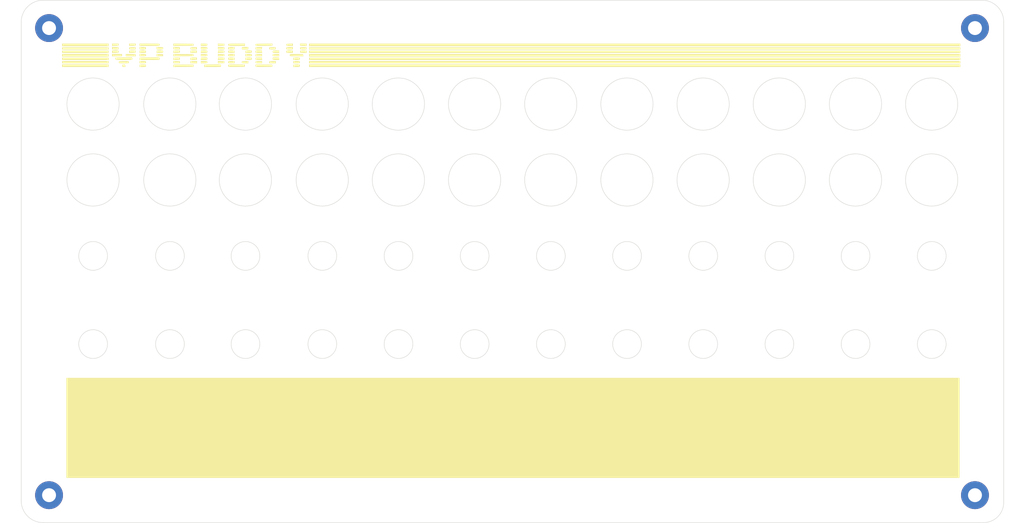
<source format=kicad_pcb>
(kicad_pcb (version 20221018) (generator pcbnew)
  (layers (0 "F.Cu" signal) (31 "B.Cu" signal) (34 "B.Paste" user) (35 "F.Paste" user) (36 "B.SilkS" user "B.Silkscreen") (37 "F.SilkS" user "F.Silkscreen") (38 "B.Mask" user) (39 "F.Mask" user) (44 "Edge.Cuts" user))
  (net 0 "")
  (footprint "MountingHole:MountingHole_3.2mm_M3_Pad" (layer "F.Cu") (at 250.1 126.7)
    (fp_text reference "REF**" hide)
    (fp_text value "MountingHole_3.2mm_M3_Pad")
    (pad "1" thru_hole circle (at 0 0) (size 6.4 6.4) (drill 3.2) (layers "*.Cu" "*.Mask"))
  )
  (footprint "MountingHole:MountingHole_3.2mm_M3_Pad" (layer "F.Cu") (at 250.1 19.4)
    (fp_text reference "REF**" hide)
    (fp_text value "MountingHole_3.2mm_M3_Pad")
    (pad "1" thru_hole circle (at 0 0) (size 6.4 6.4) (drill 3.2) (layers "*.Cu" "*.Mask"))
  )
  (footprint "LOGO" (layer "F.Cu") (at 143.764 25.654)
    (fp_text reference "G***" hide)
    (fp_text value "LOGO" hide)
    (fp_poly (pts (xy -92.671515 -2.386061) (xy -92.671515 -2.078182) (xy -98.020909 -2.078182) (xy -103.370303 -2.078182) (xy -103.370303 -2.386061) (xy -103.370303 -2.693939) (xy -98.020909 -2.693939) (xy -92.671515 -2.693939)) (fill solid) (layer "F.SilkS"))
    (fp_poly (pts (xy -92.671515 -1.577879) (xy -92.671515 -1.308485) (xy -98.020909 -1.308485) (xy -103.370303 -1.308485) (xy -103.370303 -1.577879) (xy -103.370303 -1.847273) (xy -98.020909 -1.847273) (xy -92.671515 -1.847273)) (fill solid) (layer "F.SilkS"))
    (fp_poly (pts (xy -92.671515 -0.808182) (xy -92.671515 -0.538788) (xy -98.020909 -0.538788) (xy -103.370303 -0.538788) (xy -103.370303 -0.808182) (xy -103.370303 -1.077576) (xy -98.020909 -1.077576) (xy -92.671515 -1.077576)) (fill solid) (layer "F.SilkS"))
    (fp_poly (pts (xy -92.671515 0) (xy -92.671515 0.307879) (xy -98.020909 0.307879) (xy -103.370303 0.307879) (xy -103.370303 0) (xy -103.370303 -0.307879) (xy -98.020909 -0.307879) (xy -92.671515 -0.307879)) (fill solid) (layer "F.SilkS"))
    (fp_poly (pts (xy -92.671515 0.808182) (xy -92.671515 1.077576) (xy -98.020909 1.077576) (xy -103.370303 1.077576) (xy -103.370303 0.808182) (xy -103.370303 0.538788) (xy -98.020909 0.538788) (xy -92.671515 0.538788)) (fill solid) (layer "F.SilkS"))
    (fp_poly (pts (xy -92.671515 1.577879) (xy -92.671515 1.847273) (xy -98.020909 1.847273) (xy -103.370303 1.847273) (xy -103.370303 1.577879) (xy -103.370303 1.308485) (xy -98.020909 1.308485) (xy -92.671515 1.308485)) (fill solid) (layer "F.SilkS"))
    (fp_poly (pts (xy -92.671515 2.386061) (xy -92.671515 2.693939) (xy -98.020909 2.693939) (xy -103.370303 2.693939) (xy -103.370303 2.386061) (xy -103.370303 2.078182) (xy -98.020909 2.078182) (xy -92.671515 2.078182)) (fill solid) (layer "F.SilkS"))
    (fp_poly (pts (xy -90.37679 -2.443788) (xy -90.400909 -2.193636) (xy -91.151363 -2.171607) (xy -91.901818 -2.149577) (xy -91.901818 -2.421758) (xy -91.901818 -2.693939) (xy -91.127244 -2.693939) (xy -90.352671 -2.693939)) (fill solid) (layer "F.SilkS"))
    (fp_poly (pts (xy -89.592727 -0.038485) (xy -89.592727 0.230909) (xy -90.747272 0.230909) (xy -91.901818 0.230909) (xy -91.901818 -0.038485) (xy -91.901818 -0.307879) (xy -90.747272 -0.307879) (xy -89.592727 -0.307879)) (fill solid) (layer "F.SilkS"))
    (fp_poly (pts (xy -87.610757 -0.290694) (xy -86.475454 -0.269394) (xy -86.451335 -0.019242) (xy -86.427216 0.230909) (xy -87.586638 0.230909) (xy -88.74606 0.230909) (xy -88.74606 -0.040542) (xy -88.74606 -0.311994)) (fill solid) (layer "F.SilkS"))
    (fp_poly (pts (xy -86.475454 -0.846667) (xy -86.475454 -0.577273) (xy -87.230725 -0.555185) (xy -87.985995 -0.533097) (xy -87.961937 -0.824579) (xy -87.937879 -1.116061) (xy -87.206666 -1.116061) (xy -86.475454 -1.116061)) (fill solid) (layer "F.SilkS"))
    (fp_poly (pts (xy -86.451335 -2.443788) (xy -86.475454 -2.193636) (xy -87.225909 -2.171607) (xy -87.976363 -2.149577) (xy -87.976363 -2.421758) (xy -87.976363 -2.693939) (xy -87.20179 -2.693939) (xy -86.427216 -2.693939)) (fill solid) (layer "F.SilkS"))
    (fp_poly (pts (xy -80.914394 -0.291424) (xy -80.163939 -0.269394) (xy -80.163939 -0.038485) (xy -80.163939 0.192424) (xy -80.914394 0.214454) (xy -81.664848 0.236484) (xy -81.664848 -0.038485) (xy -81.664848 -0.313453)) (fill solid) (layer "F.SilkS"))
    (fp_poly (pts (xy -77.065909 1.32494) (xy -76.315454 1.34697) (xy -76.291335 1.597121) (xy -76.267216 1.847273) (xy -77.04179 1.847273) (xy -77.816363 1.847273) (xy -77.816363 1.575092) (xy -77.816363 1.30291)) (fill solid) (layer "F.SilkS"))
    (fp_poly (pts (xy -76.315454 -0.846667) (xy -76.315454 -0.577273) (xy -77.070725 -0.555185) (xy -77.825995 -0.533097) (xy -77.801937 -0.824579) (xy -77.777879 -1.116061) (xy -77.046666 -1.116061) (xy -76.315454 -1.116061)) (fill solid) (layer "F.SilkS"))
    (fp_poly (pts (xy -76.315454 0.769697) (xy -76.315454 1.039091) (xy -77.070725 1.061179) (xy -77.825995 1.083266) (xy -77.801937 0.791785) (xy -77.777879 0.500303) (xy -77.046666 0.500303) (xy -76.315454 0.500303)) (fill solid) (layer "F.SilkS"))
    (fp_poly (pts (xy -75.48803 -2.675826) (xy -73.159697 -2.655454) (xy -73.159697 -2.424545) (xy -73.159697 -2.193636) (xy -75.48803 -2.173265) (xy -77.816363 -2.152894) (xy -77.816363 -2.424545) (xy -77.816363 -2.696197)) (fill solid) (layer "F.SilkS"))
    (fp_poly (pts (xy -75.48803 -0.289765) (xy -73.159697 -0.269394) (xy -73.159697 -0.038485) (xy -73.159697 0.192424) (xy -75.48803 0.212795) (xy -77.816363 0.233166) (xy -77.816363 -0.038485) (xy -77.816363 -0.310136)) (fill solid) (layer "F.SilkS"))
    (fp_poly (pts (xy -73.159697 2.386061) (xy -73.159697 2.655455) (xy -75.492744 2.675833) (xy -77.825791 2.696211) (xy -77.801835 2.406439) (xy -77.777879 2.116667) (xy -75.468788 2.116667) (xy -73.159697 2.116667)) (fill solid) (layer "F.SilkS"))
    (fp_poly (pts (xy -72.39 -0.846667) (xy -72.39 -0.577273) (xy -73.14527 -0.555185) (xy -73.900541 -0.533097) (xy -73.876482 -0.824579) (xy -73.852424 -1.116061) (xy -73.121212 -1.116061) (xy -72.39 -1.116061)) (fill solid) (layer "F.SilkS"))
    (fp_poly (pts (xy -72.39 0.769697) (xy -72.39 1.039091) (xy -73.14527 1.061179) (xy -73.900541 1.083266) (xy -73.876482 0.791785) (xy -73.852424 0.500303) (xy -73.121212 0.500303) (xy -72.39 0.500303)) (fill solid) (layer "F.SilkS"))
    (fp_poly (pts (xy -72.351515 1.577879) (xy -72.351515 1.847273) (xy -73.121212 1.847273) (xy -73.890909 1.847273) (xy -73.890909 1.577879) (xy -73.890909 1.308485) (xy -73.121212 1.308485) (xy -72.351515 1.308485)) (fill solid) (layer "F.SilkS"))
    (fp_poly (pts (xy -66.828939 -2.677484) (xy -66.078485 -2.655454) (xy -66.078485 -2.424545) (xy -66.078485 -2.193636) (xy -66.828939 -2.171607) (xy -67.579394 -2.149577) (xy -67.579394 -2.424545) (xy -67.579394 -2.699514)) (fill solid) (layer "F.SilkS"))
    (fp_poly (pts (xy -66.828939 -0.291424) (xy -66.078485 -0.269394) (xy -66.078485 -0.038485) (xy -66.078485 0.192424) (xy -66.828939 0.214454) (xy -67.579394 0.236484) (xy -67.579394 -0.038485) (xy -67.579394 -0.313453)) (fill solid) (layer "F.SilkS"))
    (fp_poly (pts (xy -66.828939 1.32494) (xy -66.078485 1.34697) (xy -66.078485 1.577879) (xy -66.078485 1.808788) (xy -66.828939 1.830818) (xy -67.579394 1.852847) (xy -67.579394 1.577879) (xy -67.579394 1.30291)) (fill solid) (layer "F.SilkS"))
    (fp_poly (pts (xy -66.078485 0.769697) (xy -66.078485 1.039091) (xy -66.833755 1.061179) (xy -67.589026 1.083266) (xy -67.564967 0.791785) (xy -67.540909 0.500303) (xy -66.809697 0.500303) (xy -66.078485 0.500303)) (fill solid) (layer "F.SilkS"))
    (fp_poly (pts (xy -57.419394 -0.041272) (xy -57.419394 0.230909) (xy -58.193967 0.230909) (xy -58.968541 0.230909) (xy -58.944422 -0.019242) (xy -58.920303 -0.269394) (xy -58.169848 -0.291424) (xy -57.419394 -0.313453)) (fill solid) (layer "F.SilkS"))
    (fp_poly (pts (xy -54.263636 1.575092) (xy -54.263636 1.847273) (xy -55.03821 1.847273) (xy -55.812783 1.847273) (xy -55.788664 1.597121) (xy -55.764545 1.34697) (xy -55.014091 1.32494) (xy -54.263636 1.30291)) (fill solid) (layer "F.SilkS"))
    (fp_poly (pts (xy 102.985455 -2.386061) (xy 102.985455 -2.078182) (xy 28.170909 -2.078182) (xy -46.643636 -2.078182) (xy -46.643636 -2.386061) (xy -46.643636 -2.693939) (xy 28.170909 -2.693939) (xy 102.985455 -2.693939)) (fill solid) (layer "F.SilkS"))
    (fp_poly (pts (xy 102.985455 -1.577879) (xy 102.985455 -1.308485) (xy 28.170909 -1.308485) (xy -46.643636 -1.308485) (xy -46.643636 -1.577879) (xy -46.643636 -1.847273) (xy 28.170909 -1.847273) (xy 102.985455 -1.847273)) (fill solid) (layer "F.SilkS"))
    (fp_poly (pts (xy 102.985455 -0.808182) (xy 102.985455 -0.538788) (xy 28.170909 -0.538788) (xy -46.643636 -0.538788) (xy -46.643636 -0.808182) (xy -46.643636 -1.077576) (xy 28.170909 -1.077576) (xy 102.985455 -1.077576)) (fill solid) (layer "F.SilkS"))
    (fp_poly (pts (xy 102.985455 0) (xy 102.985455 0.307879) (xy 28.170909 0.307879) (xy -46.643636 0.307879) (xy -46.643636 0) (xy -46.643636 -0.307879) (xy 28.170909 -0.307879) (xy 102.985455 -0.307879)) (fill solid) (layer "F.SilkS"))
    (fp_poly (pts (xy 102.985455 0.808182) (xy 102.985455 1.077576) (xy 28.170909 1.077576) (xy -46.643636 1.077576) (xy -46.643636 0.808182) (xy -46.643636 0.538788) (xy 28.170909 0.538788) (xy 102.985455 0.538788)) (fill solid) (layer "F.SilkS"))
    (fp_poly (pts (xy 102.985455 1.577879) (xy 102.985455 1.847273) (xy 28.170909 1.847273) (xy -46.643636 1.847273) (xy -46.643636 1.577879) (xy -46.643636 1.308485) (xy 28.170909 1.308485) (xy 102.985455 1.308485)) (fill solid) (layer "F.SilkS"))
    (fp_poly (pts (xy 102.985455 2.386061) (xy 102.985455 2.693939) (xy 28.170909 2.693939) (xy -46.643636 2.693939) (xy -46.643636 2.386061) (xy -46.643636 2.078182) (xy 28.170909 2.078182) (xy 102.985455 2.078182)) (fill solid) (layer "F.SilkS"))
    (fp_poly (pts (xy -90.623533 -1.133648) (xy -90.463928 -1.086898) (xy -90.388385 -1.000186) (xy -90.373893 -0.865564) (xy -90.376987 -0.824783) (xy -90.400909 -0.577273) (xy -91.156179 -0.555185) (xy -91.91145 -0.533097) (xy -91.887391 -0.824579) (xy -91.863333 -1.116061) (xy -91.286967 -1.139045) (xy -90.890209 -1.148381)) (fill solid) (layer "F.SilkS"))
    (fp_poly (pts (xy -47.182424 -2.424545) (xy -47.182424 -2.155151) (xy -47.900808 -2.155151) (xy -48.219437 -2.160326) (xy -48.477472 -2.174205) (xy -48.637902 -2.19432) (xy -48.670505 -2.206465) (xy -48.708104 -2.314122) (xy -48.721818 -2.475859) (xy -48.721818 -2.693939) (xy -47.952121 -2.693939) (xy -47.182424 -2.693939)) (fill solid) (layer "F.SilkS"))
    (fp_poly (pts (xy -91.151363 -1.907787) (xy -90.400909 -1.885757) (xy -90.400909 -1.616364) (xy -90.400909 -1.34697) (xy -91.097367 -1.325044) (xy -91.411206 -1.320952) (xy -91.664591 -1.328467) (xy -91.819702 -1.345973) (xy -91.847822 -1.357115) (xy -91.884754 -1.464628) (xy -91.9017 -1.653208) (xy -91.901818 -1.670464) (xy -91.901818 -1.929817)) (fill solid) (layer "F.SilkS"))
    (fp_poly (pts (xy -77.065909 -1.907787) (xy -76.315454 -1.885757) (xy -76.315454 -1.616364) (xy -76.315454 -1.34697) (xy -77.011913 -1.325044) (xy -77.325752 -1.320952) (xy -77.579136 -1.328467) (xy -77.734247 -1.345973) (xy -77.762367 -1.357115) (xy -77.799299 -1.464628) (xy -77.816246 -1.653208) (xy -77.816363 -1.670464) (xy -77.816363 -1.929817)) (fill solid) (layer "F.SilkS"))
    (fp_poly (pts (xy -66.828939 -1.907787) (xy -66.078485 -1.885757) (xy -66.078485 -1.616364) (xy -66.078485 -1.34697) (xy -66.774943 -1.325044) (xy -67.088782 -1.320952) (xy -67.342167 -1.328467) (xy -67.497278 -1.345973) (xy -67.525397 -1.357115) (xy -67.562329 -1.464628) (xy -67.579276 -1.653208) (xy -67.579394 -1.670464) (xy -67.579394 -1.929817)) (fill solid) (layer "F.SilkS"))
    (fp_poly (pts (xy -89.195538 2.092286) (xy -89.178908 2.093474) (xy -88.976796 2.117444) (xy -88.881395 2.178418) (xy -88.845595 2.319442) (xy -88.837626 2.405303) (xy -88.813737 2.693939) (xy -89.159104 2.693939) (xy -89.387768 2.678988) (xy -89.501579 2.62524) (xy -89.532329 2.559243) (xy -89.541501 2.3737) (xy -89.528245 2.247413) (xy -89.488492 2.135226) (xy -89.393165 2.09038)) (fill solid) (layer "F.SilkS"))
    (fp_poly (pts (xy -84.521078 -0.304572) (xy -84.301591 -0.290923) (xy -84.175662 -0.261338) (xy -84.113138 -0.210224) (xy -84.092835 -0.164783) (xy -84.058644 0.004364) (xy -84.096507 0.118263) (xy -84.226471 0.187155) (xy -84.468582 0.221283) (xy -84.842887 0.230889) (xy -84.867326 0.230909) (xy -85.590303 0.230909) (xy -85.590303 -0.038485) (xy -85.590303 -0.307879) (xy -84.864277 -0.307879)) (fill solid) (layer "F.SilkS"))
    (fp_poly (pts (xy -84.521078 1.311792) (xy -84.301591 1.325441) (xy -84.175662 1.355026) (xy -84.113138 1.406139) (xy -84.092835 1.451581) (xy -84.058644 1.620728) (xy -84.096507 1.734626) (xy -84.226471 1.803519) (xy -84.468582 1.837647) (xy -84.842887 1.847252) (xy -84.867326 1.847273) (xy -85.590303 1.847273) (xy -85.590303 1.577879) (xy -85.590303 1.308485) (xy -84.864277 1.308485)) (fill solid) (layer "F.SilkS"))
    (fp_poly (pts (xy -80.340235 -1.106116) (xy -80.194386 -1.028186) (xy -80.138391 -0.897308) (xy -80.140805 -0.776285) (xy -80.156821 -0.68512) (xy -80.198774 -0.62617) (xy -80.2959 -0.591129) (xy -80.477433 -0.571696) (xy -80.772608 -0.559565) (xy -80.91921 -0.555185) (xy -81.67448 -0.533097) (xy -81.650422 -0.824579) (xy -81.626363 -1.116061) (xy -80.983904 -1.138536) (xy -80.59654 -1.139949)) (fill solid) (layer "F.SilkS"))
    (fp_poly (pts (xy -70.159426 -1.10228) (xy -70.018638 -1.020658) (xy -69.974829 -0.884395) (xy -69.996811 -0.732212) (xy -70.025633 -0.642694) (xy -70.078088 -0.586186) (xy -70.184893 -0.555098) (xy -70.376765 -0.541842) (xy -70.684422 -0.53883) (xy -70.779749 -0.538788) (xy -71.514141 -0.538788) (xy -71.490252 -0.827424) (xy -71.466363 -1.116061) (xy -70.804648 -1.138128) (xy -70.41537 -1.138392)) (fill solid) (layer "F.SilkS"))
    (fp_poly (pts (xy -66.25478 -1.106116) (xy -66.108931 -1.028186) (xy -66.052937 -0.897308) (xy -66.055351 -0.776285) (xy -66.071366 -0.68512) (xy -66.11332 -0.62617) (xy -66.210446 -0.591129) (xy -66.391979 -0.571696) (xy -66.687153 -0.559565) (xy -66.833755 -0.555185) (xy -67.589026 -0.533097) (xy -67.564967 -0.824579) (xy -67.540909 -1.116061) (xy -66.898449 -1.138536) (xy -66.511085 -1.139949)) (fill solid) (layer "F.SilkS"))
    (fp_poly (pts (xy -63.730909 -0.038485) (xy -63.730909 0.230909) (xy -64.453886 0.230909) (xy -64.816916 0.224917) (xy -65.050151 0.2047) (xy -65.177354 0.166903) (xy -65.218319 0.122878) (xy -65.234049 -0.037492) (xy -65.217576 -0.146515) (xy -65.18625 -0.222071) (xy -65.119862 -0.269524) (xy -64.987809 -0.295333) (xy -64.759489 -0.305958) (xy -64.453144 -0.307879) (xy -63.730909 -0.307879)) (fill solid) (layer "F.SilkS"))
    (fp_poly (pts (xy -63.730909 1.577879) (xy -63.730909 1.847273) (xy -64.453886 1.847273) (xy -64.816916 1.84128) (xy -65.050151 1.821064) (xy -65.177354 1.783266) (xy -65.218319 1.739242) (xy -65.234049 1.578871) (xy -65.217576 1.469848) (xy -65.18625 1.394292) (xy -65.119862 1.34684) (xy -64.987809 1.321031) (xy -64.759489 1.310405) (xy -64.453144 1.308485) (xy -63.730909 1.308485)) (fill solid) (layer "F.SilkS"))
    (fp_poly (pts (xy -60.575151 1.575092) (xy -60.575151 1.847273) (xy -61.308779 1.847273) (xy -61.671246 1.841772) (xy -61.90509 1.822888) (xy -62.035314 1.787045) (xy -62.084986 1.736314) (xy -62.108428 1.565398) (xy -62.100921 1.486163) (xy -62.070265 1.420773) (xy -61.98929 1.377424) (xy -61.829475 1.35019) (xy -61.562299 1.333148) (xy -61.324714 1.32494) (xy -60.575151 1.30291)) (fill solid) (layer "F.SilkS"))
    (fp_poly (pts (xy -60.206792 -0.305294) (xy -59.991248 -0.293234) (xy -59.86841 -0.265238) (xy -59.807675 -0.214848) (xy -59.781211 -0.146515) (xy -59.753309 0.017298) (xy -59.786458 0.125938) (xy -59.902907 0.190401) (xy -60.124904 0.221682) (xy -60.4747 0.230778) (xy -60.544901 0.230909) (xy -61.267879 0.230909) (xy -61.267879 -0.038485) (xy -61.267879 -0.307879) (xy -60.545644 -0.307879)) (fill solid) (layer "F.SilkS"))
    (fp_poly (pts (xy -57.419394 1.575092) (xy -57.419394 1.847273) (xy -58.153022 1.847273) (xy -58.515488 1.841772) (xy -58.749332 1.822888) (xy -58.879557 1.787045) (xy -58.929228 1.736314) (xy -58.95267 1.565398) (xy -58.945163 1.486163) (xy -58.914507 1.420773) (xy -58.833532 1.377424) (xy -58.673717 1.35019) (xy -58.406542 1.333148) (xy -58.168957 1.32494) (xy -57.419394 1.30291)) (fill solid) (layer "F.SilkS"))
    (fp_poly (pts (xy -54.19414 -1.138128) (xy -53.532424 -1.116061) (xy -53.508535 -0.827424) (xy -53.484647 -0.538788) (xy -54.219039 -0.538788) (xy -54.55934 -0.540461) (xy -54.776421 -0.550542) (xy -54.900999 -0.576617) (xy -54.963792 -0.626276) (xy -54.995517 -0.707107) (xy -55.001977 -0.732212) (xy -55.021895 -0.918069) (xy -54.959184 -1.042072) (xy -54.795668 -1.113356) (xy -54.513169 -1.141052)) (fill solid) (layer "F.SilkS"))
    (fp_poly (pts (xy -53.493939 -0.041272) (xy -53.493939 0.230909) (xy -54.227567 0.230909) (xy -54.590034 0.225409) (xy -54.823878 0.206524) (xy -54.954102 0.170681) (xy -55.003774 0.119951) (xy -55.027216 -0.050966) (xy -55.019709 -0.130201) (xy -54.989052 -0.19559) (xy -54.908078 -0.23894) (xy -54.748263 -0.266174) (xy -54.481087 -0.283215) (xy -54.243502 -0.291424) (xy -53.493939 -0.313453)) (fill solid) (layer "F.SilkS"))
    (fp_poly (pts (xy -50.338182 -2.427333) (xy -50.338182 -2.155151) (xy -51.071809 -2.155151) (xy -51.434276 -2.160652) (xy -51.66812 -2.179537) (xy -51.798344 -2.215379) (xy -51.848016 -2.26611) (xy -51.871458 -2.437026) (xy -51.863951 -2.516261) (xy -51.833295 -2.581651) (xy -51.75232 -2.625001) (xy -51.592505 -2.652234) (xy -51.32533 -2.669276) (xy -51.087744 -2.677484) (xy -50.338182 -2.699514)) (fill solid) (layer "F.SilkS"))
    (fp_poly (pts (xy -84.350007 -1.138082) (xy -84.229063 -1.108825) (xy -84.159612 -1.051836) (xy -84.127893 -1.000633) (xy -84.078619 -0.809994) (xy -84.090316 -0.68982) (xy -84.127086 -0.619116) (xy -84.203254 -0.574576) (xy -84.349262 -0.550294) (xy -84.595553 -0.540367) (xy -84.868924 -0.538788) (xy -85.599595 -0.538788) (xy -85.575707 -0.827424) (xy -85.551818 -1.116061) (xy -84.882612 -1.138237) (xy -84.556503 -1.145816)) (fill solid) (layer "F.SilkS"))
    (fp_poly (pts (xy -84.308542 2.08994) (xy -84.190606 2.113467) (xy -84.132286 2.163573) (xy -84.102173 2.247251) (xy -84.098501 2.261721) (xy -84.066131 2.447393) (xy -84.094356 2.571205) (xy -84.205028 2.645366) (xy -84.419998 2.682087) (xy -84.761116 2.693578) (xy -84.871972 2.693939) (xy -85.599595 2.693939) (xy -85.575707 2.405303) (xy -85.551818 2.116667) (xy -84.848887 2.094656) (xy -84.5175 2.086)) (fill solid) (layer "F.SilkS"))
    (fp_poly (pts (xy -70.435901 -0.306059) (xy -70.219857 -0.295633) (xy -70.09619 -0.269151) (xy -70.034123 -0.219164) (xy -70.002876 -0.138222) (xy -69.998159 -0.119829) (xy -69.980127 0.055029) (xy -70.001236 0.149565) (xy -70.099678 0.18791) (xy -70.323119 0.215641) (xy -70.642806 0.229746) (xy -70.778179 0.230909) (xy -71.504848 0.230909) (xy -71.504848 -0.038485) (xy -71.504848 -0.307879) (xy -70.775103 -0.307879)) (fill solid) (layer "F.SilkS"))
    (fp_poly (pts (xy -70.435901 1.310305) (xy -70.219857 1.320731) (xy -70.09619 1.347213) (xy -70.034123 1.3972) (xy -70.002876 1.478142) (xy -69.998159 1.496535) (xy -69.980127 1.671393) (xy -70.001236 1.765928) (xy -70.099678 1.804274) (xy -70.323119 1.832005) (xy -70.642806 1.84611) (xy -70.778179 1.847273) (xy -71.504848 1.847273) (xy -71.504848 1.577879) (xy -71.504848 1.308485) (xy -70.775103 1.308485)) (fill solid) (layer "F.SilkS"))
    (fp_poly (pts (xy -70.430457 -2.685572) (xy -70.168461 -2.662479) (xy -70.020941 -2.627668) (xy -70.001236 -2.612595) (xy -69.979704 -2.481048) (xy -69.998159 -2.343201) (xy -70.027131 -2.255909) (xy -70.081394 -2.200911) (xy -70.191728 -2.170755) (xy -70.388911 -2.157994) (xy -70.703722 -2.155177) (xy -70.775103 -2.155151) (xy -71.504848 -2.155151) (xy -71.504848 -2.424545) (xy -71.504848 -2.693939) (xy -70.778179 -2.693939)) (fill solid) (layer "F.SilkS"))
    (fp_poly (pts (xy -70.214036 0.476097) (xy -70.093182 0.500799) (xy -70.032177 0.550125) (xy -70.00483 0.61295) (xy -69.985636 0.817747) (xy -70.003939 0.923636) (xy -70.04036 0.995618) (xy -70.114571 1.040962) (xy -70.257124 1.065703) (xy -70.498575 1.075874) (xy -70.783469 1.077576) (xy -71.514141 1.077576) (xy -71.490252 0.788939) (xy -71.466363 0.500303) (xy -70.760472 0.478253) (xy -70.426033 0.470441)) (fill solid) (layer "F.SilkS"))
    (fp_poly (pts (xy -64.592658 -1.142791) (xy -64.4386 -1.138237) (xy -63.769394 -1.116061) (xy -63.745505 -0.827424) (xy -63.721616 -0.538788) (xy -64.448498 -0.538788) (xy -64.78817 -0.541191) (xy -65.004536 -0.552809) (xy -65.128205 -0.580251) (xy -65.189788 -0.630129) (xy -65.218889 -0.705171) (xy -65.220967 -0.905879) (xy -65.185103 -1.015984) (xy -65.130061 -1.08593) (xy -65.035156 -1.126747) (xy -64.867113 -1.143884)) (fill solid) (layer "F.SilkS"))
    (fp_poly (pts (xy -64.592658 0.473573) (xy -64.4386 0.478126) (xy -63.769394 0.500303) (xy -63.745505 0.788939) (xy -63.721616 1.077576) (xy -64.448498 1.077576) (xy -64.78817 1.075172) (xy -65.004536 1.063555) (xy -65.128205 1.036113) (xy -65.189788 0.986234) (xy -65.218889 0.911193) (xy -65.220967 0.710485) (xy -65.185103 0.600379) (xy -65.130061 0.530434) (xy -65.035156 0.489617) (xy -64.867113 0.47248)) (fill solid) (layer "F.SilkS"))
    (fp_poly (pts (xy -63.745505 -1.635606) (xy -63.769394 -1.34697) (xy -64.471665 -1.324967) (xy -64.804642 -1.317112) (xy -65.014868 -1.322647) (xy -65.133334 -1.34719) (xy -65.191032 -1.396357) (xy -65.214913 -1.459664) (xy -65.230508 -1.66796) (xy -65.215635 -1.770303) (xy -65.183624 -1.842353) (xy -65.11313 -1.887691) (xy -64.973875 -1.912391) (xy -64.735578 -1.922531) (xy -64.448498 -1.924242) (xy -63.721616 -1.924242)) (fill solid) (layer "F.SilkS"))
    (fp_poly (pts (xy -60.589747 -1.635606) (xy -60.613636 -1.34697) (xy -61.319528 -1.324919) (xy -61.653966 -1.317108) (xy -61.865964 -1.322764) (xy -61.986817 -1.347465) (xy -62.047823 -1.396791) (xy -62.075169 -1.459616) (xy -62.094364 -1.664414) (xy -62.07606 -1.770303) (xy -62.039639 -1.842284) (xy -61.965429 -1.887628) (xy -61.822876 -1.912369) (xy -61.581425 -1.922541) (xy -61.29653 -1.924242) (xy -60.565859 -1.924242)) (fill solid) (layer "F.SilkS"))
    (fp_poly (pts (xy -60.023005 -1.13647) (xy -59.901602 -1.106206) (xy -59.833958 -1.049088) (xy -59.813684 -1.015984) (xy -59.768897 -0.823793) (xy -59.779898 -0.705171) (xy -59.810693 -0.627564) (xy -59.874215 -0.578733) (xy -60.001076 -0.552068) (xy -60.221886 -0.540957) (xy -60.55029 -0.538788) (xy -61.277171 -0.538788) (xy -61.253282 -0.827424) (xy -61.229394 -1.116061) (xy -60.560187 -1.138237) (xy -60.231443 -1.145331)) (fill solid) (layer "F.SilkS"))
    (fp_poly (pts (xy -60.023005 0.479893) (xy -59.901602 0.510158) (xy -59.833958 0.567276) (xy -59.813684 0.600379) (xy -59.768897 0.792571) (xy -59.779898 0.911193) (xy -59.810693 0.9888) (xy -59.874215 1.037631) (xy -60.001076 1.064296) (xy -60.221886 1.075407) (xy -60.55029 1.077576) (xy -61.277171 1.077576) (xy -61.253282 0.788939) (xy -61.229394 0.500303) (xy -60.560187 0.478126) (xy -60.231443 0.471032)) (fill solid) (layer "F.SilkS"))
    (fp_poly (pts (xy -58.046384 -1.139525) (xy -58.034245 -1.139045) (xy -57.457879 -1.116061) (xy -57.43399 -0.827424) (xy -57.410101 -0.538788) (xy -58.133131 -0.538788) (xy -58.452819 -0.54393) (xy -58.711983 -0.557727) (xy -58.873755 -0.577737) (xy -58.907475 -0.590101) (xy -58.945173 -0.697844) (xy -58.958788 -0.858028) (xy -58.938156 -0.993221) (xy -58.860397 -1.081734) (xy -58.701713 -1.1308) (xy -58.438307 -1.147653)) (fill solid) (layer "F.SilkS"))
    (fp_poly (pts (xy -57.43399 0.788939) (xy -57.410101 1.077576) (xy -58.148375 1.077576) (xy -58.51317 1.072014) (xy -58.748868 1.053028) (xy -58.879988 1.017165) (xy -58.928805 0.967719) (xy -58.952407 0.805664) (xy -58.945632 0.679083) (xy -58.926285 0.596161) (xy -58.876857 0.543874) (xy -58.767518 0.515172) (xy -58.568436 0.503005) (xy -58.24978 0.500323) (xy -58.189091 0.500303) (xy -57.457879 0.500303)) (fill solid) (layer "F.SilkS"))
    (fp_poly (pts (xy -55.071818 2.386061) (xy -55.071818 2.655455) (xy -56.978716 2.676046) (xy -57.581899 2.681347) (xy -58.048281 2.682093) (xy -58.394956 2.67749) (xy -58.639016 2.666743) (xy -58.797553 2.649058) (xy -58.887661 2.623641) (xy -58.926432 2.589696) (xy -58.928288 2.585431) (xy -58.952311 2.422125) (xy -58.945632 2.295446) (xy -58.920303 2.116667) (xy -56.99606 2.116667) (xy -55.071818 2.116667)) (fill solid) (layer "F.SilkS"))
    (fp_poly (pts (xy -54.238316 0.478253) (xy -53.532424 0.500303) (xy -53.508535 0.788939) (xy -53.484647 1.077576) (xy -54.215318 1.077576) (xy -54.557884 1.074716) (xy -54.77711 1.062113) (xy -54.90355 1.033734) (xy -54.967757 0.983545) (xy -54.994848 0.923636) (xy -55.012871 0.719899) (xy -54.993957 0.61295) (xy -54.958692 0.539237) (xy -54.889273 0.494729) (xy -54.754404 0.473846) (xy -54.522788 0.471011)) (fill solid) (layer "F.SilkS"))
    (fp_poly (pts (xy -50.965172 -1.139525) (xy -50.953033 -1.139045) (xy -50.376666 -1.116061) (xy -50.352778 -0.827424) (xy -50.328889 -0.538788) (xy -51.051919 -0.538788) (xy -51.371607 -0.54393) (xy -51.630771 -0.557727) (xy -51.792542 -0.577737) (xy -51.826262 -0.590101) (xy -51.863961 -0.697844) (xy -51.877576 -0.858028) (xy -51.856944 -0.993221) (xy -51.779184 -1.081734) (xy -51.620501 -1.1308) (xy -51.357095 -1.147653)) (fill solid) (layer "F.SilkS"))
    (fp_poly (pts (xy -49.192265 1.310305) (xy -48.97622 1.320731) (xy -48.852554 1.347213) (xy -48.790486 1.3972) (xy -48.75924 1.478142) (xy -48.754523 1.496535) (xy -48.736491 1.671393) (xy -48.757599 1.765928) (xy -48.856042 1.804274) (xy -49.079483 1.832005) (xy -49.39917 1.84611) (xy -49.534542 1.847273) (xy -50.261212 1.847273) (xy -50.261212 1.577879) (xy -50.261212 1.308485) (xy -49.531466 1.308485)) (fill solid) (layer "F.SilkS"))
    (fp_poly (pts (xy -48.970399 0.476097) (xy -48.849546 0.500799) (xy -48.788541 0.550125) (xy -48.761194 0.61295) (xy -48.741999 0.817747) (xy -48.760303 0.923636) (xy -48.796724 0.995618) (xy -48.870934 1.040962) (xy -49.013488 1.065703) (xy -49.254938 1.075874) (xy -49.539833 1.077576) (xy -50.270504 1.077576) (xy -50.246616 0.788939) (xy -50.222727 0.500303) (xy -49.516835 0.478253) (xy -49.182397 0.470441)) (fill solid) (layer "F.SilkS"))
    (fp_poly (pts (xy -48.970399 2.092461) (xy -48.849546 2.117162) (xy -48.788541 2.166488) (xy -48.761194 2.229313) (xy -48.741999 2.434111) (xy -48.760303 2.54) (xy -48.796724 2.611981) (xy -48.870934 2.657326) (xy -49.013488 2.682066) (xy -49.254938 2.692238) (xy -49.539833 2.693939) (xy -50.270504 2.693939) (xy -50.246616 2.405303) (xy -50.222727 2.116667) (xy -49.516835 2.094616) (xy -49.182397 2.086805)) (fill solid) (layer "F.SilkS"))
    (fp_poly (pts (xy -47.19702 -0.827424) (xy -47.173131 -0.538788) (xy -47.911406 -0.538788) (xy -48.2762 -0.54435) (xy -48.511898 -0.563336) (xy -48.643018 -0.599199) (xy -48.691836 -0.648645) (xy -48.715437 -0.810699) (xy -48.708662 -0.937281) (xy -48.689315 -1.020202) (xy -48.639887 -1.072489) (xy -48.530548 -1.101192) (xy -48.331466 -1.113359) (xy -48.01281 -1.116041) (xy -47.952121 -1.116061) (xy -47.220909 -1.116061)) (fill solid) (layer "F.SilkS"))
    (fp_poly (pts (xy -86.475454 -1.616364) (xy -86.475454 -1.34697) (xy -87.188725 -1.324822) (xy -87.539419 -1.318819) (xy -87.764021 -1.32925) (xy -87.889813 -1.359382) (xy -87.944079 -1.412482) (xy -87.945266 -1.415436) (xy -87.969776 -1.58019) (xy -87.963208 -1.706978) (xy -87.94386 -1.789899) (xy -87.894433 -1.842186) (xy -87.785093 -1.870889) (xy -87.586012 -1.883056) (xy -87.267355 -1.885738) (xy -87.206666 -1.885757) (xy -86.475454 -1.885757)) (fill solid) (layer "F.SilkS"))
    (fp_poly (pts (xy -80.981559 0.630964) (xy -80.945161 0.825947) (xy -80.9541 0.940008) (xy -80.973092 0.979254) (xy -81.018137 1.010264) (xy -81.105619 1.033999) (xy -81.251915 1.051423) (xy -81.473408 1.063497) (xy -81.786477 1.071186) (xy -82.207504 1.075452) (xy -82.752868 1.077257) (xy -83.294835 1.077576) (xy -85.599595 1.077576) (xy -85.575707 0.788939) (xy -85.551818 0.500303) (xy -83.298405 0.479895) (xy -81.044993 0.459487)) (fill solid) (layer "F.SilkS"))
    (fp_poly (pts (xy -72.39 -1.616364) (xy -72.39 -1.34697) (xy -73.10327 -1.324822) (xy -73.453964 -1.318819) (xy -73.678566 -1.32925) (xy -73.804359 -1.359382) (xy -73.858625 -1.412482) (xy -73.859812 -1.415436) (xy -73.884321 -1.58019) (xy -73.877753 -1.706978) (xy -73.858406 -1.789899) (xy -73.808978 -1.842186) (xy -73.699639 -1.870889) (xy -73.500557 -1.883056) (xy -73.181901 -1.885738) (xy -73.121212 -1.885757) (xy -72.39 -1.885757)) (fill solid) (layer "F.SilkS"))
    (fp_poly (pts (xy -57.43382 -1.638451) (xy -57.457879 -1.34697) (xy -58.171149 -1.324822) (xy -58.521843 -1.318819) (xy -58.746445 -1.32925) (xy -58.872238 -1.359382) (xy -58.926504 -1.412482) (xy -58.92769 -1.415436) (xy -58.9522 -1.58019) (xy -58.945632 -1.706978) (xy -58.925846 -1.789102) (xy -58.875013 -1.842479) (xy -58.763836 -1.874648) (xy -58.563018 -1.893149) (xy -58.243264 -1.905519) (xy -58.165032 -1.907845) (xy -57.409762 -1.929933)) (fill solid) (layer "F.SilkS"))
    (fp_poly (pts (xy -54.302121 -1.616364) (xy -54.302121 -1.34697) (xy -55.015391 -1.324822) (xy -55.366086 -1.318819) (xy -55.590688 -1.32925) (xy -55.71648 -1.359382) (xy -55.770746 -1.412482) (xy -55.771933 -1.415436) (xy -55.796442 -1.58019) (xy -55.789875 -1.706978) (xy -55.770527 -1.789899) (xy -55.721099 -1.842186) (xy -55.61176 -1.870889) (xy -55.412678 -1.883056) (xy -55.094022 -1.885738) (xy -55.033333 -1.885757) (xy -54.302121 -1.885757)) (fill solid) (layer "F.SilkS"))
    (fp_poly (pts (xy -50.352608 -1.638451) (xy -50.376666 -1.34697) (xy -51.089937 -1.324822) (xy -51.440631 -1.318819) (xy -51.665233 -1.32925) (xy -51.791025 -1.359382) (xy -51.845291 -1.412482) (xy -51.846478 -1.415436) (xy -51.870988 -1.58019) (xy -51.86442 -1.706978) (xy -51.844634 -1.789102) (xy -51.793801 -1.842479) (xy -51.682624 -1.874648) (xy -51.481806 -1.893149) (xy -51.162052 -1.905519) (xy -51.08382 -1.907845) (xy -50.32855 -1.929933)) (fill solid) (layer "F.SilkS"))
    (fp_poly (pts (xy -47.220909 -1.616364) (xy -47.220909 -1.34697) (xy -47.934179 -1.324822) (xy -48.284874 -1.318819) (xy -48.509475 -1.32925) (xy -48.635268 -1.359382) (xy -48.689534 -1.412482) (xy -48.690721 -1.415436) (xy -48.71523 -1.58019) (xy -48.708662 -1.706978) (xy -48.689315 -1.789899) (xy -48.639887 -1.842186) (xy -48.530548 -1.870889) (xy -48.331466 -1.883056) (xy -48.01281 -1.885738) (xy -47.952121 -1.885757) (xy -47.220909 -1.885757)) (fill solid) (layer "F.SilkS"))
    (fp_poly (pts (xy -80.914394 -1.907787) (xy -80.569431 -1.895669) (xy -80.349001 -1.878762) (xy -80.223722 -1.84951) (xy -80.164212 -1.800358) (xy -80.141089 -1.72375) (xy -80.138788 -1.708339) (xy -80.140481 -1.530282) (xy -80.219478 -1.412023) (xy -80.39672 -1.342982) (xy -80.693147 -1.312582) (xy -80.930232 -1.308485) (xy -81.228567 -1.314348) (xy -81.464848 -1.329937) (xy -81.599127 -1.352253) (xy -81.613535 -1.359798) (xy -81.6486 -1.465294) (xy -81.66473 -1.652746) (xy -81.664848 -1.670464) (xy -81.664848 -1.929817)) (fill solid) (layer "F.SilkS"))
    (fp_poly (pts (xy -70.436074 -1.922542) (xy -70.220155 -1.912332) (xy -70.096516 -1.885951) (xy -70.03433 -1.835738) (xy -70.002769 -1.754032) (xy -69.996811 -1.730819) (xy -69.978693 -1.546308) (xy -70.045952 -1.421973) (xy -70.216915 -1.347804) (xy -70.509908 -1.313796) (xy -70.770232 -1.308485) (xy -71.068567 -1.314348) (xy -71.304848 -1.329937) (xy -71.439127 -1.352253) (xy -71.453535 -1.359798) (xy -71.488756 -1.465427) (xy -71.504759 -1.652437) (xy -71.504848 -1.667677) (xy -71.504848 -1.924242) (xy -70.775103 -1.924242)) (fill solid) (layer "F.SilkS"))
    (fp_poly (pts (xy -84.52253 -1.921243) (xy -84.304123 -1.908273) (xy -84.178511 -1.87937) (xy -84.115147 -1.828574) (xy -84.090316 -1.77321) (xy -84.086461 -1.585145) (xy -84.126323 -1.465332) (xy -84.185239 -1.387263) (xy -84.28234 -1.340192) (xy -84.452422 -1.316567) (xy -84.730281 -1.308836) (xy -84.84897 -1.308485) (xy -85.148927 -1.314288) (xy -85.386954 -1.329729) (xy -85.523356 -1.351857) (xy -85.53899 -1.359798) (xy -85.57421 -1.465427) (xy -85.590214 -1.652437) (xy -85.590303 -1.667677) (xy -85.590303 -1.924242) (xy -84.864277 -1.924242)) (fill solid) (layer "F.SilkS"))
    (fp_poly (pts (xy -49.791603 -0.294138) (xy -49.501363 -0.290232) (xy -47.990606 -0.269394) (xy -47.966487 -0.019242) (xy -47.942368 0.230909) (xy -49.478403 0.230909) (xy -50.019092 0.229058) (xy -50.42417 0.22267) (xy -50.711931 0.210492) (xy -50.900668 0.19127) (xy -51.008675 0.163754) (xy -51.054245 0.126689) (xy -51.055894 0.122878) (xy -51.071504 -0.037152) (xy -51.054735 -0.148111) (xy -51.035299 -0.203833) (xy -50.996573 -0.24479) (xy -50.917929 -0.272867) (xy -50.778738 -0.289954) (xy -50.558373 -0.297936) (xy -50.236204 -0.298701)) (fill solid) (layer "F.SilkS"))
    (fp_poly (pts (xy -87.238653 0.65273) (xy -87.208953 0.780332) (xy -87.202581 0.879425) (xy -87.235917 0.953613) (xy -87.325338 1.006502) (xy -87.487224 1.041693) (xy -87.737953 1.062793) (xy -88.093905 1.073404) (xy -88.571457 1.07713) (xy -89.169394 1.077576) (xy -89.772485 1.076244) (xy -90.238518 1.071609) (xy -90.584353 1.062713) (xy -90.826855 1.048597) (xy -90.982884 1.028302) (xy -91.069305 1.000871) (xy -91.102139 0.967719) (xy -91.12574 0.805664) (xy -91.118965 0.679083) (xy -91.093636 0.500303) (xy -89.190439 0.47972) (xy -87.287242 0.459137)) (fill solid) (layer "F.SilkS"))
    (fp_poly (pts (xy -61.344848 -2.424545) (xy -61.344848 -2.155151) (xy -63.260114 -2.155151) (xy -63.851457 -2.155526) (xy -64.307073 -2.157651) (xy -64.645172 -2.163026) (xy -64.883965 -2.173154) (xy -65.041663 -2.189536) (xy -65.136478 -2.213673) (xy -65.18662 -2.247066) (xy -65.210302 -2.291216) (xy -65.217576 -2.316515) (xy -65.243854 -2.4294) (xy -65.245619 -2.517182) (xy -65.206507 -2.583018) (xy -65.110149 -2.630064) (xy -64.94018 -2.661477) (xy -64.680232 -2.680414) (xy -64.31394 -2.690032) (xy -63.824937 -2.693488) (xy -63.260856 -2.693939) (xy -61.344848 -2.693939)) (fill solid) (layer "F.SilkS"))
    (fp_poly (pts (xy -55.047599 -2.44512) (xy -55.071818 -2.193636) (xy -56.978716 -2.173045) (xy -57.581052 -2.167723) (xy -58.046682 -2.166904) (xy -58.392799 -2.171397) (xy -58.636593 -2.182009) (xy -58.795253 -2.199551) (xy -58.88597 -2.22483) (xy -58.925935 -2.258654) (xy -58.928711 -2.264761) (xy -58.952539 -2.437031) (xy -58.945037 -2.516261) (xy -58.927461 -2.559161) (xy -58.881392 -2.592618) (xy -58.789064 -2.618072) (xy -58.632712 -2.636959) (xy -58.394572 -2.650717) (xy -58.056877 -2.660784) (xy -57.601864 -2.668597) (xy -57.011766 -2.675595) (xy -56.970824 -2.676029) (xy -55.023381 -2.696604)) (fill solid) (layer "F.SilkS"))
    (fp_poly (pts (xy -82.632783 -2.693382) (xy -82.112982 -2.691082) (xy -81.714454 -2.686096) (xy -81.420866 -2.677481) (xy -81.215886 -2.664293) (xy -81.083183 -2.645589) (xy -81.006422 -2.620426) (xy -80.969274 -2.587861) (xy -80.957871 -2.559242) (xy -80.945161 -2.362612) (xy -80.954537 -2.289848) (xy -80.972227 -2.251387) (xy -81.01781 -2.220997) (xy -81.107582 -2.197736) (xy -81.25784 -2.180662) (xy -81.484881 -2.168836) (xy -81.805001 -2.161316) (xy -82.234497 -2.15716) (xy -82.789666 -2.155427) (xy -83.286856 -2.155151) (xy -85.590303 -2.155151) (xy -85.590303 -2.424545) (xy -85.590303 -2.693939) (xy -83.290189 -2.693939)) (fill solid) (layer "F.SilkS"))
    (fp_poly (pts (xy -67.42528 2.089397) (xy -67.189232 2.097152) (xy -67.033969 2.112022) (xy -66.941206 2.135279) (xy -66.892658 2.168194) (xy -66.87004 2.212041) (xy -66.864711 2.230797) (xy -66.849513 2.439072) (xy -66.864365 2.54) (xy -66.882535 2.587501) (xy -66.921199 2.624074) (xy -66.998511 2.651148) (xy -67.132625 2.670146) (xy -67.341696 2.682494) (xy -67.643878 2.68962) (xy -68.057325 2.692947) (xy -68.600192 2.693902) (xy -68.824532 2.693939) (xy -70.744444 2.693939) (xy -70.720555 2.405303) (xy -70.696666 2.116667) (xy -68.80099 2.0961) (xy -68.212874 2.090143) (xy -67.760399 2.087484)) (fill solid) (layer "F.SilkS"))
    (fp_poly (pts (xy -64.045129 2.088736) (xy -63.50808 2.09365) (xy -63.27901 2.0961) (xy -61.383333 2.116667) (xy -61.383333 2.386061) (xy -61.383333 2.655455) (xy -63.27901 2.676021) (xy -63.867125 2.681978) (xy -64.3196 2.684637) (xy -64.654719 2.682724) (xy -64.890768 2.674969) (xy -65.046031 2.660099) (xy -65.138794 2.636843) (xy -65.187342 2.603927) (xy -65.209959 2.560081) (xy -65.215289 2.541324) (xy -65.230304 2.332201) (xy -65.215289 2.230797) (xy -65.197539 2.182693) (xy -65.160459 2.145979) (xy -65.085764 2.119382) (xy -64.955169 2.101632) (xy -64.750388 2.091456) (xy -64.453136 2.087581)) (fill solid) (layer "F.SilkS"))
    (fp_poly (pts (xy -88.443219 1.319309) (xy -88.239994 1.329348) (xy -88.120101 1.351338) (xy -88.06003 1.387623) (xy -88.03627 1.440549) (xy -88.036139 1.441159) (xy -88.027854 1.63856) (xy -88.039083 1.712576) (xy -88.06586 1.765652) (xy -88.132302 1.802758) (xy -88.262044 1.826682) (xy -88.478716 1.840212) (xy -88.805952 1.846135) (xy -89.180786 1.847273) (xy -89.631812 1.844475) (xy -89.950615 1.834693) (xy -90.158835 1.815841) (xy -90.278112 1.785837) (xy -90.330083 1.742596) (xy -90.332864 1.736314) (xy -90.356268 1.565415) (xy -90.348725 1.486163) (xy -90.325069 1.431532) (xy -90.262871 1.392344) (xy -90.13876 1.365354) (xy -89.929364 1.347314) (xy -89.611312 1.334977) (xy -89.193703 1.325704) (xy -88.753286 1.318876)) (fill solid) (layer "F.SilkS"))
  )
  (footprint "MountingHole:MountingHole_3.2mm_M3_Pad" (layer "F.Cu") (at 37.4 19.4)
    (fp_text reference "REF**" hide)
    (fp_text value "MountingHole_3.2mm_M3_Pad")
    (pad "1" thru_hole circle (at 0 0) (size 6.4 6.4) (drill 3.2) (layers "*.Cu" "*.Mask"))
  )
  (footprint "MountingHole:MountingHole_3.2mm_M3_Pad" (layer "F.Cu") (at 37.4 126.7)
    (fp_text reference "REF**" hide)
    (fp_text value "MountingHole_3.2mm_M3_Pad")
    (pad "1" thru_hole circle (at 0 0) (size 6.4 6.4) (drill 3.2) (layers "*.Cu" "*.Mask"))
  )
  (gr_rect (start 41.456466 99.822) (end 246.484 122.656) (stroke (width 0.15)) (fill solid) (layer "F.SilkS"))
  (gr_circle (center 240.175 71.736) (end 243.475 71.736) (stroke (width 0.1)) (fill none) (layer "Edge.Cuts"))
  (gr_circle (center 100.175 71.736) (end 103.475 71.736) (stroke (width 0.1)) (fill none) (layer "Edge.Cuts"))
  (gr_circle (center 187.65 54.291068) (end 193.65 54.291068) (stroke (width 0.1)) (fill none) (layer "Edge.Cuts"))
  (gr_arc (start 31 18) (mid 32.514515 14.443875) (end 36.1 13.000238) (stroke (width 0.1)) (layer "Edge.Cuts"))
  (gr_arc (start 36.1 133) (mid 32.518608 131.566241) (end 31 128.019994) (stroke (width 0.1)) (layer "Edge.Cuts"))
  (gr_circle (center 135.15 36.855534) (end 141.15 36.855534) (stroke (width 0.1)) (fill none) (layer "Edge.Cuts"))
  (gr_arc (start 251.794 13) (mid 255.289576 14.500934) (end 256.7 18.034) (stroke (width 0.1)) (layer "Edge.Cuts"))
  (gr_circle (center 117.675 91.991) (end 120.975 91.991) (stroke (width 0.1)) (fill none) (layer "Edge.Cuts"))
  (gr_circle (center 222.675 91.991) (end 225.975 91.991) (stroke (width 0.1)) (fill none) (layer "Edge.Cuts"))
  (gr_circle (center 152.65 36.855534) (end 158.65 36.855534) (stroke (width 0.1)) (fill none) (layer "Edge.Cuts"))
  (gr_line (start 251.8 13) (end 36.1 13) (stroke (width 0.1)) (layer "Edge.Cuts"))
  (gr_circle (center 117.675 71.736) (end 120.975 71.736) (stroke (width 0.1)) (fill none) (layer "Edge.Cuts"))
  (gr_circle (center 117.65 36.855534) (end 123.65 36.855534) (stroke (width 0.1)) (fill none) (layer "Edge.Cuts"))
  (gr_circle (center 47.525 71.736) (end 50.825 71.736) (stroke (width 0.1)) (fill none) (layer "Edge.Cuts"))
  (gr_line (start 31 18) (end 31 128.016) (stroke (width 0.1)) (layer "Edge.Cuts"))
  (gr_circle (center 222.65 54.291068) (end 228.65 54.291068) (stroke (width 0.1)) (fill none) (layer "Edge.Cuts"))
  (gr_circle (center 170.175 91.991) (end 173.475 91.991) (stroke (width 0.1)) (fill none) (layer "Edge.Cuts"))
  (gr_circle (center 82.5 36.855534) (end 88.5 36.855534) (stroke (width 0.1)) (fill none) (layer "Edge.Cuts"))
  (gr_circle (center 240.175 91.991) (end 243.475 91.991) (stroke (width 0.1)) (fill none) (layer "Edge.Cuts"))
  (gr_circle (center 205.175 91.991) (end 208.475 91.991) (stroke (width 0.1)) (fill none) (layer "Edge.Cuts"))
  (gr_circle (center 187.65 36.855534) (end 193.65 36.855534) (stroke (width 0.1)) (fill none) (layer "Edge.Cuts"))
  (gr_circle (center 135.175 71.736) (end 138.475 71.736) (stroke (width 0.1)) (fill none) (layer "Edge.Cuts"))
  (gr_circle (center 205.15 54.291068) (end 211.15 54.291068) (stroke (width 0.1)) (fill none) (layer "Edge.Cuts"))
  (gr_circle (center 82.5 54.291068) (end 88.5 54.291068) (stroke (width 0.1)) (fill none) (layer "Edge.Cuts"))
  (gr_circle (center 170.175 71.736) (end 173.475 71.736) (stroke (width 0.1)) (fill none) (layer "Edge.Cuts"))
  (gr_circle (center 222.65 36.855534) (end 228.65 36.855534) (stroke (width 0.1)) (fill none) (layer "Edge.Cuts"))
  (gr_circle (center 65.175 91.991) (end 68.475 91.991) (stroke (width 0.1)) (fill none) (layer "Edge.Cuts"))
  (gr_circle (center 135.175 91.991) (end 138.475 91.991) (stroke (width 0.1)) (fill none) (layer "Edge.Cuts"))
  (gr_circle (center 82.525 91.991) (end 85.825 91.991) (stroke (width 0.1)) (fill none) (layer "Edge.Cuts"))
  (gr_circle (center 135.15 54.291068) (end 141.15 54.291068) (stroke (width 0.1)) (fill none) (layer "Edge.Cuts"))
  (gr_circle (center 100.15 54.291068) (end 106.15 54.291068) (stroke (width 0.1)) (fill none) (layer "Edge.Cuts"))
  (gr_circle (center 47.5 54.291068) (end 53.5 54.291068) (stroke (width 0.1)) (fill none) (layer "Edge.Cuts"))
  (gr_circle (center 240.15 36.855534) (end 246.15 36.855534) (stroke (width 0.1)) (fill none) (layer "Edge.Cuts"))
  (gr_line (start 256.7 128.4) (end 256.7 18.034) (stroke (width 0.1)) (layer "Edge.Cuts"))
  (gr_circle (center 152.675 71.736) (end 155.975 71.736) (stroke (width 0.1)) (fill none) (layer "Edge.Cuts"))
  (gr_circle (center 152.675 91.991) (end 155.975 91.991) (stroke (width 0.1)) (fill none) (layer "Edge.Cuts"))
  (gr_circle (center 100.15 36.855534) (end 106.15 36.855534) (stroke (width 0.1)) (fill none) (layer "Edge.Cuts"))
  (gr_circle (center 65.15 54.291068) (end 71.15 54.291068) (stroke (width 0.1)) (fill none) (layer "Edge.Cuts"))
  (gr_circle (center 47.525 91.991) (end 50.825 91.991) (stroke (width 0.1)) (fill none) (layer "Edge.Cuts"))
  (gr_line (start 36.1 133) (end 252.017299 133) (stroke (width 0.1)) (layer "Edge.Cuts"))
  (gr_circle (center 170.15 54.291068) (end 176.15 54.291068) (stroke (width 0.1)) (fill none) (layer "Edge.Cuts"))
  (gr_circle (center 82.525 71.736) (end 85.825 71.736) (stroke (width 0.1)) (fill none) (layer "Edge.Cuts"))
  (gr_circle (center 222.675 71.736) (end 225.975 71.736) (stroke (width 0.1)) (fill none) (layer "Edge.Cuts"))
  (gr_circle (center 65.15 36.855534) (end 71.15 36.855534) (stroke (width 0.1)) (fill none) (layer "Edge.Cuts"))
  (gr_circle (center 117.65 54.291068) (end 123.65 54.291068) (stroke (width 0.1)) (fill none) (layer "Edge.Cuts"))
  (gr_circle (center 152.65 54.291068) (end 158.65 54.291068) (stroke (width 0.1)) (fill none) (layer "Edge.Cuts"))
  (gr_circle (center 170.15 36.855534) (end 176.15 36.855534) (stroke (width 0.1)) (fill none) (layer "Edge.Cuts"))
  (gr_circle (center 205.15 36.855534) (end 211.15 36.855534) (stroke (width 0.1)) (fill none) (layer "Edge.Cuts"))
  (gr_circle (center 100.175 91.991) (end 103.475 91.991) (stroke (width 0.1)) (fill none) (layer "Edge.Cuts"))
  (gr_circle (center 205.175 71.736) (end 208.475 71.736) (stroke (width 0.1)) (fill none) (layer "Edge.Cuts"))
  (gr_circle (center 47.5 36.855534) (end 53.5 36.855534) (stroke (width 0.1)) (fill none) (layer "Edge.Cuts"))
  (gr_arc (start 256.7 128.4) (mid 255.311345 131.669824) (end 252.017299 133) (stroke (width 0.1)) (layer "Edge.Cuts"))
  (gr_circle (center 187.675 91.991) (end 190.975 91.991) (stroke (width 0.1)) (fill none) (layer "Edge.Cuts"))
  (gr_circle (center 240.15 54.291068) (end 246.15 54.291068) (stroke (width 0.1)) (fill none) (layer "Edge.Cuts"))
  (gr_circle (center 65.175 71.736) (end 68.475 71.736) (stroke (width 0.1)) (fill none) (layer "Edge.Cuts"))
  (gr_circle (center 187.675 71.736) (end 190.975 71.736) (stroke (width 0.1)) (fill none) (layer "Edge.Cuts"))
)
</source>
